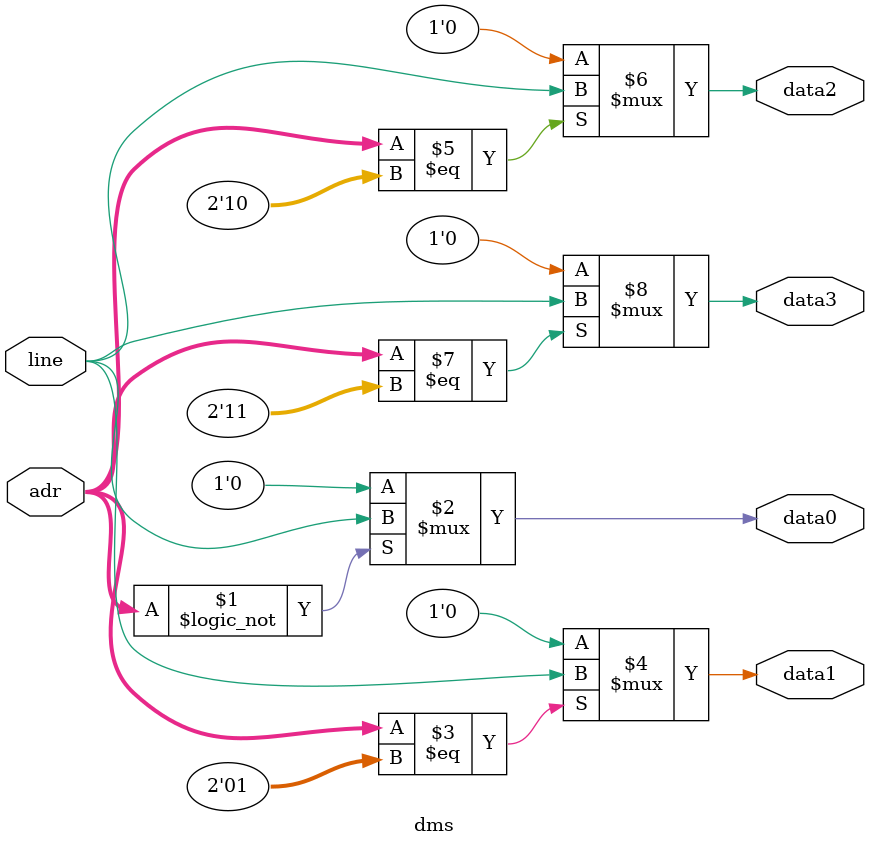
<source format=v>
module dms
(input wire line,
input wire [1:0] adr,
output wire data0,
output wire data1,
output wire data2,
output wire data3);
assign data0 = (adr==2'h0)?line:1'b0;
assign data1 = (adr==2'h1)?line:1'b0;
assign data2 = (adr==2'h2)?line:1'b0;
assign data3 = (adr==2'h3)?line:1'b0;
endmodule
</source>
